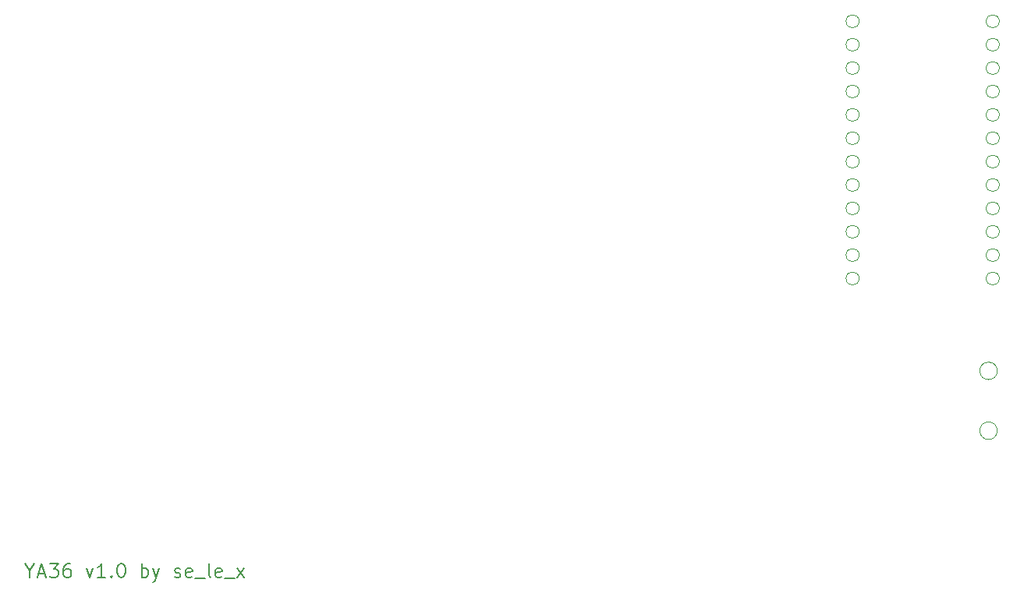
<source format=gbr>
G04 #@! TF.GenerationSoftware,KiCad,Pcbnew,(5.1.9)-1*
G04 #@! TF.CreationDate,2021-03-06T20:59:11-05:00*
G04 #@! TF.ProjectId,ya36,79613336-2e6b-4696-9361-645f70636258,rev?*
G04 #@! TF.SameCoordinates,Original*
G04 #@! TF.FileFunction,Legend,Top*
G04 #@! TF.FilePolarity,Positive*
%FSLAX46Y46*%
G04 Gerber Fmt 4.6, Leading zero omitted, Abs format (unit mm)*
G04 Created by KiCad (PCBNEW (5.1.9)-1) date 2021-03-06 20:59:11*
%MOMM*%
%LPD*%
G01*
G04 APERTURE LIST*
%ADD10C,0.180000*%
%ADD11C,0.100000*%
%ADD12C,0.150000*%
G04 APERTURE END LIST*
D10*
X45071428Y-114964285D02*
X45071428Y-115678571D01*
X44571428Y-114178571D02*
X45071428Y-114964285D01*
X45571428Y-114178571D01*
X46000000Y-115250000D02*
X46714285Y-115250000D01*
X45857142Y-115678571D02*
X46357142Y-114178571D01*
X46857142Y-115678571D01*
X47214285Y-114178571D02*
X48142857Y-114178571D01*
X47642857Y-114750000D01*
X47857142Y-114750000D01*
X48000000Y-114821428D01*
X48071428Y-114892857D01*
X48142857Y-115035714D01*
X48142857Y-115392857D01*
X48071428Y-115535714D01*
X48000000Y-115607142D01*
X47857142Y-115678571D01*
X47428571Y-115678571D01*
X47285714Y-115607142D01*
X47214285Y-115535714D01*
X49428571Y-114178571D02*
X49142857Y-114178571D01*
X49000000Y-114250000D01*
X48928571Y-114321428D01*
X48785714Y-114535714D01*
X48714285Y-114821428D01*
X48714285Y-115392857D01*
X48785714Y-115535714D01*
X48857142Y-115607142D01*
X49000000Y-115678571D01*
X49285714Y-115678571D01*
X49428571Y-115607142D01*
X49500000Y-115535714D01*
X49571428Y-115392857D01*
X49571428Y-115035714D01*
X49500000Y-114892857D01*
X49428571Y-114821428D01*
X49285714Y-114750000D01*
X49000000Y-114750000D01*
X48857142Y-114821428D01*
X48785714Y-114892857D01*
X48714285Y-115035714D01*
X51214285Y-114678571D02*
X51571428Y-115678571D01*
X51928571Y-114678571D01*
X53285714Y-115678571D02*
X52428571Y-115678571D01*
X52857142Y-115678571D02*
X52857142Y-114178571D01*
X52714285Y-114392857D01*
X52571428Y-114535714D01*
X52428571Y-114607142D01*
X53928571Y-115535714D02*
X54000000Y-115607142D01*
X53928571Y-115678571D01*
X53857142Y-115607142D01*
X53928571Y-115535714D01*
X53928571Y-115678571D01*
X54928571Y-114178571D02*
X55071428Y-114178571D01*
X55214285Y-114250000D01*
X55285714Y-114321428D01*
X55357142Y-114464285D01*
X55428571Y-114750000D01*
X55428571Y-115107142D01*
X55357142Y-115392857D01*
X55285714Y-115535714D01*
X55214285Y-115607142D01*
X55071428Y-115678571D01*
X54928571Y-115678571D01*
X54785714Y-115607142D01*
X54714285Y-115535714D01*
X54642857Y-115392857D01*
X54571428Y-115107142D01*
X54571428Y-114750000D01*
X54642857Y-114464285D01*
X54714285Y-114321428D01*
X54785714Y-114250000D01*
X54928571Y-114178571D01*
X57214285Y-115678571D02*
X57214285Y-114178571D01*
X57214285Y-114750000D02*
X57357142Y-114678571D01*
X57642857Y-114678571D01*
X57785714Y-114750000D01*
X57857142Y-114821428D01*
X57928571Y-114964285D01*
X57928571Y-115392857D01*
X57857142Y-115535714D01*
X57785714Y-115607142D01*
X57642857Y-115678571D01*
X57357142Y-115678571D01*
X57214285Y-115607142D01*
X58428571Y-114678571D02*
X58785714Y-115678571D01*
X59142857Y-114678571D02*
X58785714Y-115678571D01*
X58642857Y-116035714D01*
X58571428Y-116107142D01*
X58428571Y-116178571D01*
X60785714Y-115607142D02*
X60928571Y-115678571D01*
X61214285Y-115678571D01*
X61357142Y-115607142D01*
X61428571Y-115464285D01*
X61428571Y-115392857D01*
X61357142Y-115250000D01*
X61214285Y-115178571D01*
X61000000Y-115178571D01*
X60857142Y-115107142D01*
X60785714Y-114964285D01*
X60785714Y-114892857D01*
X60857142Y-114750000D01*
X61000000Y-114678571D01*
X61214285Y-114678571D01*
X61357142Y-114750000D01*
X62642857Y-115607142D02*
X62500000Y-115678571D01*
X62214285Y-115678571D01*
X62071428Y-115607142D01*
X62000000Y-115464285D01*
X62000000Y-114892857D01*
X62071428Y-114750000D01*
X62214285Y-114678571D01*
X62500000Y-114678571D01*
X62642857Y-114750000D01*
X62714285Y-114892857D01*
X62714285Y-115035714D01*
X62000000Y-115178571D01*
X63000000Y-115821428D02*
X64142857Y-115821428D01*
X64714285Y-115678571D02*
X64571428Y-115607142D01*
X64500000Y-115464285D01*
X64500000Y-114178571D01*
X65857142Y-115607142D02*
X65714285Y-115678571D01*
X65428571Y-115678571D01*
X65285714Y-115607142D01*
X65214285Y-115464285D01*
X65214285Y-114892857D01*
X65285714Y-114750000D01*
X65428571Y-114678571D01*
X65714285Y-114678571D01*
X65857142Y-114750000D01*
X65928571Y-114892857D01*
X65928571Y-115035714D01*
X65214285Y-115178571D01*
X66214285Y-115821428D02*
X67357142Y-115821428D01*
X67571428Y-115678571D02*
X68357142Y-114678571D01*
X67571428Y-114678571D02*
X68357142Y-115678571D01*
D11*
X135103400Y-55272000D02*
G75*
G03*
X135103400Y-55272000I-712000J0D01*
G01*
X135103400Y-57812000D02*
G75*
G03*
X135103400Y-57812000I-712000J0D01*
G01*
X135103400Y-60352000D02*
G75*
G03*
X135103400Y-60352000I-712000J0D01*
G01*
X135103400Y-62892000D02*
G75*
G03*
X135103400Y-62892000I-712000J0D01*
G01*
X135103400Y-65432000D02*
G75*
G03*
X135103400Y-65432000I-712000J0D01*
G01*
X135103400Y-67972000D02*
G75*
G03*
X135103400Y-67972000I-712000J0D01*
G01*
X135103400Y-70512000D02*
G75*
G03*
X135103400Y-70512000I-712000J0D01*
G01*
X135103400Y-73052000D02*
G75*
G03*
X135103400Y-73052000I-712000J0D01*
G01*
X135103400Y-75592000D02*
G75*
G03*
X135103400Y-75592000I-712000J0D01*
G01*
X135103400Y-78132000D02*
G75*
G03*
X135103400Y-78132000I-712000J0D01*
G01*
X135103400Y-80672000D02*
G75*
G03*
X135103400Y-80672000I-712000J0D01*
G01*
X135103400Y-83212000D02*
G75*
G03*
X135103400Y-83212000I-712000J0D01*
G01*
X150323400Y-83212000D02*
G75*
G03*
X150323400Y-83212000I-712000J0D01*
G01*
X150323400Y-80672000D02*
G75*
G03*
X150323400Y-80672000I-712000J0D01*
G01*
X150323400Y-78132000D02*
G75*
G03*
X150323400Y-78132000I-712000J0D01*
G01*
X150323400Y-75592000D02*
G75*
G03*
X150323400Y-75592000I-712000J0D01*
G01*
X150323400Y-73052000D02*
G75*
G03*
X150323400Y-73052000I-712000J0D01*
G01*
X150323400Y-70512000D02*
G75*
G03*
X150323400Y-70512000I-712000J0D01*
G01*
X150323400Y-67972000D02*
G75*
G03*
X150323400Y-67972000I-712000J0D01*
G01*
X150323400Y-65432000D02*
G75*
G03*
X150323400Y-65432000I-712000J0D01*
G01*
X150323400Y-62892000D02*
G75*
G03*
X150323400Y-62892000I-712000J0D01*
G01*
X150323400Y-60352000D02*
G75*
G03*
X150323400Y-60352000I-712000J0D01*
G01*
X150323400Y-57812000D02*
G75*
G03*
X150323400Y-57812000I-712000J0D01*
G01*
X150323400Y-55272000D02*
G75*
G03*
X150323400Y-55272000I-712000J0D01*
G01*
X150100000Y-93250000D02*
G75*
G03*
X150100000Y-93250000I-950000J0D01*
G01*
X150100000Y-99750000D02*
G75*
G03*
X150100000Y-99750000I-950000J0D01*
G01*
D12*
M02*

</source>
